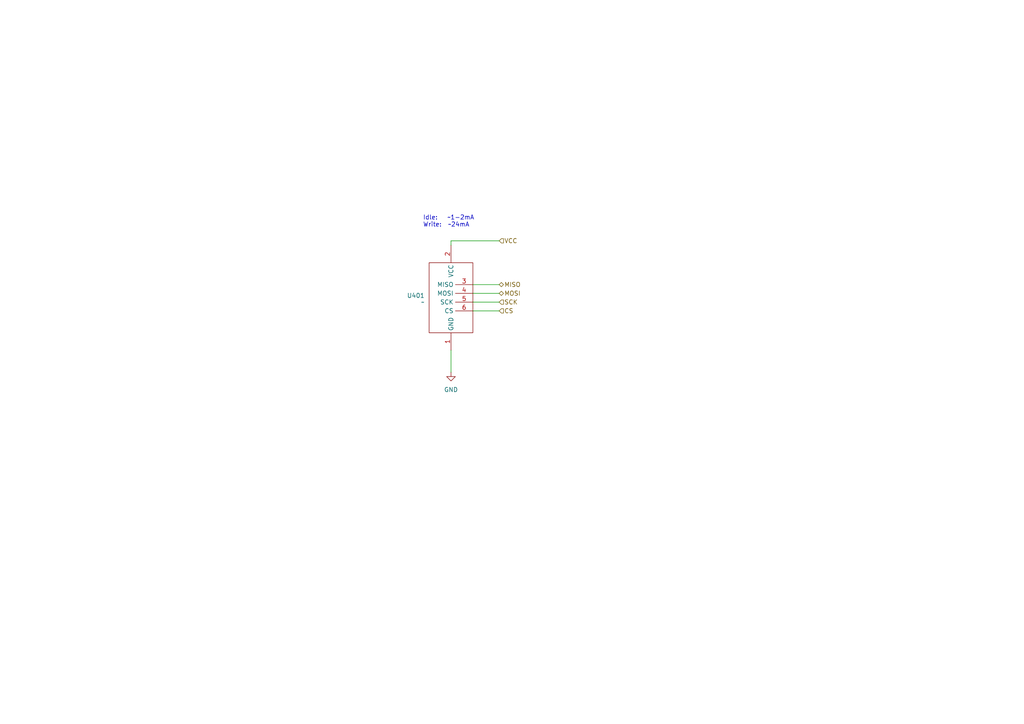
<source format=kicad_sch>
(kicad_sch (version 20231120) (generator "eeschema") (generator_version "8.0")
  (paper "A4")
  (title_block (title "Pouch 2") (date "2024-08-30") (company "Frankfurt University") (comment 2 "Author: Leon Schnieber"))
  (lib_symbols
    (symbol "SensorBoards:DEBO_SD-Card"
      (property "Reference" "U" (at 0 0 0))
      (symbol "DEBO_SD-Card_0_1"
        (rectangle (start -7.62 21.59) (end 5.08 1.27))
      )
      (symbol "DEBO_SD-Card_1_1"
        (pin power_in line (at -1.27 -3.81 90) (length 5.08) (name "GND") (number "1"))
        (pin power_in line (at -1.27 26.67 270) (length 5.08) (name "VCC") (number "2"))
        (pin bidirectional line (at 5.08 15.24 180) (length 5.08) (name "MISO") (number "3"))
        (pin bidirectional line (at 5.08 12.7 180) (length 5.08) (name "MOSI") (number "4"))
        (pin input line (at 5.08 10.16 180) (length 5.08) (name "SCK") (number "5"))
        (pin input line (at 5.08 7.62 180) (length 5.08) (name "CS") (number "6"))
      )
    )
    (symbol "power:GND" (power) (pin_names (offset 0))
      (property "Value" "GND" (at 0 -3.81 0))
      (symbol "GND_0_1"
        (polyline (pts (xy 0 0) (xy 0 -1.27) (xy 1.27 -1.27) (xy 0 -2.54) (xy -1.27 -1.27) (xy 0 -1.27)))
      )
      (symbol "GND_1_1"
        (pin power_in line (at 0 0 270) (length 0) hide (name "GND") (number "1"))
      )
    )
  )
  (wire (pts (xy 144.78 69.85) (xy 130.81 69.85)))
  (wire (pts (xy 137.16 82.55) (xy 144.78 82.55)))
  (wire (pts (xy 130.81 69.85) (xy 130.81 71.12)))
  (wire (pts (xy 137.16 87.63) (xy 144.78 87.63)))
  (wire (pts (xy 137.16 90.17) (xy 144.78 90.17)))
  (wire (pts (xy 137.16 85.09) (xy 144.78 85.09)))
  (wire (pts (xy 130.81 101.6) (xy 130.81 107.95)))
  (text "Idle:   ~1-2mA\nWrite:  ~24mA" (at 122.682 64.262 0) (effects (font (size 1.27 1.27)) (justify left)))
  (hierarchical_label "SCK" (shape input) (at 144.78 87.63 0))
  (hierarchical_label "VCC" (shape input) (at 144.78 69.85 0))
  (hierarchical_label "MISO" (shape bidirectional) (at 144.78 82.55 0))
  (hierarchical_label "MOSI" (shape bidirectional) (at 144.78 85.09 0))
  (hierarchical_label "CS" (shape input) (at 144.78 90.17 0))
  (symbol (lib_id "SensorBoards:DEBO_SD-Card") (at 132.08 97.79 0) (unit 1)
    (property "Reference" "U401" (at 123.19 85.7249 0) (effects (justify right)))
    (property "Value" "~" (at 123.19 87.63 0) (effects (justify right)))
    (property "Footprint" "Connector_PinHeader_2.54mm:PinHeader_1x06_P2.54mm_Vertical" (effects (hide yes)))
  )
  (symbol (lib_id "power:GND") (at 130.81 107.95 0) (unit 1)
    (property "Reference" "#PWR0401" (effects (hide yes)))
    (property "Value" "GND" (at 130.81 113.03 0))
    (property "Description" "Power symbol creates a global label with name \"GND\" , ground" (effects (hide yes)))
  )
)
</source>
